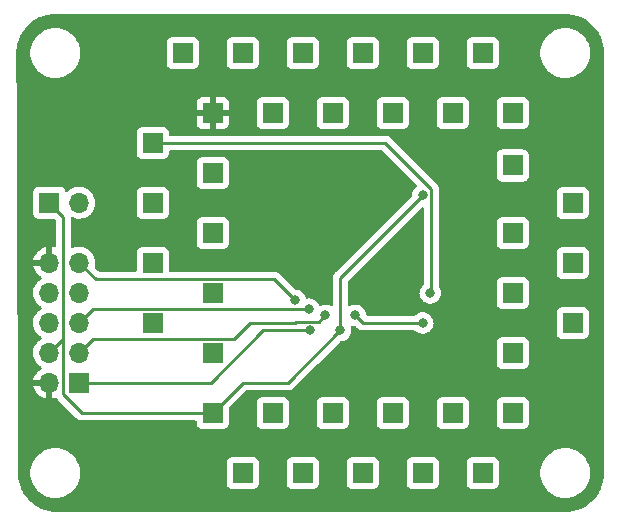
<source format=gbl>
%TF.GenerationSoftware,KiCad,Pcbnew,(6.0.0)*%
%TF.CreationDate,2022-03-13T18:43:21-04:00*%
%TF.ProjectId,Xc9572 breakout,58633935-3732-4206-9272-65616b6f7574,rev?*%
%TF.SameCoordinates,Original*%
%TF.FileFunction,Copper,L2,Bot*%
%TF.FilePolarity,Positive*%
%FSLAX46Y46*%
G04 Gerber Fmt 4.6, Leading zero omitted, Abs format (unit mm)*
G04 Created by KiCad (PCBNEW (6.0.0)) date 2022-03-13 18:43:21*
%MOMM*%
%LPD*%
G01*
G04 APERTURE LIST*
%TA.AperFunction,ComponentPad*%
%ADD10R,1.700000X1.700000*%
%TD*%
%TA.AperFunction,ComponentPad*%
%ADD11O,1.700000X1.700000*%
%TD*%
%TA.AperFunction,ViaPad*%
%ADD12C,0.800000*%
%TD*%
%TA.AperFunction,Conductor*%
%ADD13C,0.250000*%
%TD*%
G04 APERTURE END LIST*
D10*
%TO.P,J22,1,Pin_1*%
%TO.N,/2-11{slash}GTS2*%
X132080000Y-45720000D03*
%TD*%
%TO.P,J12,1,Pin_1*%
%TO.N,/1-9{slash}GCK1*%
X111760000Y-45720000D03*
%TD*%
%TO.P,J16,1,Pin_1*%
%TO.N,/1-17*%
X106680000Y-55880000D03*
%TD*%
%TO.P,J8,1,Pin_1*%
%TO.N,/1-2*%
X121920000Y-45720000D03*
%TD*%
%TO.P,J24,1,Pin_1*%
%TO.N,/2-15*%
X127000000Y-45720000D03*
%TD*%
%TO.P,J1,1,Pin_1*%
%TO.N,/Tck*%
X95370000Y-68550000D03*
D11*
%TO.P,J1,2,Pin_2*%
%TO.N,GND*%
X92830000Y-68550000D03*
%TO.P,J1,3,Pin_3*%
%TO.N,/Tdo*%
X95370000Y-66010000D03*
%TO.P,J1,4,Pin_4*%
%TO.N,+5V*%
X92830000Y-66010000D03*
%TO.P,J1,5,Pin_5*%
%TO.N,/Tms*%
X95370000Y-63470000D03*
%TO.P,J1,6,Pin_6*%
%TO.N,unconnected-(J1-Pad6)*%
X92830000Y-63470000D03*
%TO.P,J1,7,Pin_7*%
%TO.N,unconnected-(J1-Pad7)*%
X95370000Y-60930000D03*
%TO.P,J1,8,Pin_8*%
%TO.N,unconnected-(J1-Pad8)*%
X92830000Y-60930000D03*
%TO.P,J1,9,Pin_9*%
%TO.N,/Tdi*%
X95370000Y-58390000D03*
%TO.P,J1,10,Pin_10*%
%TO.N,GND*%
X92830000Y-58390000D03*
%TD*%
D10*
%TO.P,J30,1,Pin_1*%
%TO.N,/3-11*%
X109220000Y-76200000D03*
%TD*%
%TO.P,J27,1,Pin_1*%
%TO.N,/3-5*%
X106680000Y-60960000D03*
%TD*%
%TO.P,J9,1,Pin_1*%
%TO.N,/1-5*%
X119380000Y-40640000D03*
%TD*%
%TO.P,J21,1,Pin_1*%
%TO.N,/2-9{slash}GSR*%
X132080000Y-50165000D03*
%TD*%
%TO.P,J10,1,Pin_1*%
%TO.N,/1-6*%
X116840000Y-45720000D03*
%TD*%
%TO.P,J35,1,Pin_1*%
%TO.N,/4-5*%
X121920000Y-71120000D03*
%TD*%
%TO.P,J7,1,Pin_1*%
%TO.N,GND*%
X106680000Y-45720000D03*
%TD*%
%TO.P,J28,1,Pin_1*%
%TO.N,/3-8*%
X101600000Y-63500000D03*
%TD*%
%TO.P,J5,1,Pin_1*%
%TO.N,+5V*%
X106680000Y-71120000D03*
%TD*%
%TO.P,J32,1,Pin_1*%
%TO.N,/3-15*%
X114300000Y-76200000D03*
%TD*%
%TO.P,J40,1,Pin_1*%
%TO.N,/4-15*%
X132080000Y-66040000D03*
%TD*%
%TO.P,J20,1,Pin_1*%
%TO.N,/2-8*%
X137160000Y-53340000D03*
%TD*%
%TO.P,J33,1,Pin_1*%
%TO.N,/3-17*%
X116840000Y-71120000D03*
%TD*%
%TO.P,J34,1,Pin_1*%
%TO.N,/4-2*%
X119380000Y-76200000D03*
%TD*%
%TO.P,J4,1,Pin_1*%
%TO.N,+5V*%
X92830000Y-53315000D03*
D11*
%TO.P,J4,2,Pin_2*%
%TO.N,/VccIO*%
X95370000Y-53315000D03*
%TD*%
D10*
%TO.P,J14,1,Pin_1*%
%TO.N,/1-14{slash}GCK3*%
X106680000Y-50800000D03*
%TD*%
%TO.P,J29,1,Pin_1*%
%TO.N,/3-9*%
X106680000Y-66040000D03*
%TD*%
%TO.P,J3,1,Pin_1*%
%TO.N,/VccIO*%
X101600000Y-48260000D03*
%TD*%
%TO.P,J11,1,Pin_1*%
%TO.N,/1-8*%
X114300000Y-40640000D03*
%TD*%
%TO.P,J36,1,Pin_1*%
%TO.N,/4-8*%
X124460000Y-76200000D03*
%TD*%
%TO.P,J41,1,Pin_1*%
%TO.N,/4-17*%
X137160000Y-63500000D03*
%TD*%
%TO.P,J19,1,Pin_1*%
%TO.N,/2-6*%
X132080000Y-55880000D03*
%TD*%
%TO.P,J2,1,Pin_1*%
%TO.N,+5V*%
X104140000Y-40640000D03*
%TD*%
%TO.P,J23,1,Pin_1*%
%TO.N,/2-14{slash}GTS1*%
X129540000Y-40640000D03*
%TD*%
%TO.P,J17,1,Pin_1*%
%TO.N,/2-2*%
X132080000Y-60960000D03*
%TD*%
%TO.P,J15,1,Pin_1*%
%TO.N,/1-15*%
X101600000Y-53340000D03*
%TD*%
%TO.P,J31,1,Pin_1*%
%TO.N,/3-14*%
X111760000Y-71120000D03*
%TD*%
%TO.P,J26,1,Pin_1*%
%TO.N,/3-2*%
X101600000Y-58420000D03*
%TD*%
%TO.P,J18,1,Pin_1*%
%TO.N,/2-5*%
X137160000Y-58420000D03*
%TD*%
%TO.P,J39,1,Pin_1*%
%TO.N,/4-14*%
X132080000Y-71120000D03*
%TD*%
%TO.P,J38,1,Pin_1*%
%TO.N,/4-11*%
X129540000Y-76200000D03*
%TD*%
%TO.P,J13,1,Pin_1*%
%TO.N,/1-11{slash}GCK2*%
X109220000Y-40640000D03*
%TD*%
%TO.P,J37,1,Pin_1*%
%TO.N,/4-9*%
X127000000Y-71120000D03*
%TD*%
%TO.P,J25,1,Pin_1*%
%TO.N,/2-17*%
X124460000Y-40640000D03*
%TD*%
D12*
%TO.N,/Tck*%
X114935000Y-64135000D03*
%TO.N,/Tdo*%
X124460000Y-63500000D03*
X116205000Y-62865000D03*
X118745000Y-62865000D03*
%TO.N,+5V*%
X124460000Y-52705000D03*
X117475000Y-64135000D03*
%TO.N,/Tms*%
X114839511Y-62325489D03*
%TO.N,/Tdi*%
X113665000Y-61595000D03*
%TO.N,/VccIO*%
X125095000Y-60960000D03*
%TD*%
D13*
%TO.N,/Tck*%
X110934022Y-64135000D02*
X114935000Y-64135000D01*
X95370000Y-68550000D02*
X106519022Y-68550000D01*
X106519022Y-68550000D02*
X110934022Y-64135000D01*
%TO.N,/Tdo*%
X119380000Y-63500000D02*
X118745000Y-62865000D01*
X96514511Y-64865489D02*
X108489511Y-64865489D01*
X115659511Y-63410489D02*
X116205000Y-62865000D01*
X95370000Y-66010000D02*
X96514511Y-64865489D01*
X113665000Y-63500000D02*
X113754511Y-63410489D01*
X113754511Y-63410489D02*
X115659511Y-63410489D01*
X108489511Y-64865489D02*
X109855000Y-63500000D01*
X124460000Y-63500000D02*
X119380000Y-63500000D01*
X109855000Y-63500000D02*
X113665000Y-63500000D01*
%TO.N,+5V*%
X117475000Y-59690000D02*
X124460000Y-52705000D01*
X94004511Y-62889511D02*
X94004511Y-64835489D01*
X95590978Y-71120000D02*
X94004511Y-69533533D01*
X92830000Y-53315000D02*
X94004511Y-54489511D01*
X94004511Y-54489511D02*
X94004511Y-62889511D01*
X106680000Y-71120000D02*
X95590978Y-71120000D01*
X94004511Y-64835489D02*
X92830000Y-66010000D01*
X94004511Y-69533533D02*
X94004511Y-62889511D01*
X113030000Y-68580000D02*
X109220000Y-68580000D01*
X117475000Y-64135000D02*
X117475000Y-59690000D01*
X117475000Y-64135000D02*
X113030000Y-68580000D01*
X109220000Y-68580000D02*
X106680000Y-71120000D01*
%TO.N,/Tms*%
X96514511Y-62325489D02*
X114839511Y-62325489D01*
X95370000Y-63470000D02*
X96514511Y-62325489D01*
%TO.N,/Tdi*%
X95370000Y-58390000D02*
X96765489Y-59785489D01*
X111855489Y-59785489D02*
X113665000Y-61595000D01*
X96765489Y-59785489D02*
X111855489Y-59785489D01*
%TO.N,/VccIO*%
X121285000Y-48260000D02*
X101600000Y-48260000D01*
X125184511Y-52159511D02*
X121285000Y-48260000D01*
X125095000Y-60960000D02*
X125184511Y-60870489D01*
X125184511Y-60870489D02*
X125184511Y-52159511D01*
%TD*%
%TA.AperFunction,Conductor*%
%TO.N,GND*%
G36*
X136495057Y-37339500D02*
G01*
X136509858Y-37341805D01*
X136509861Y-37341805D01*
X136518730Y-37343186D01*
X136537411Y-37340743D01*
X136560342Y-37339852D01*
X136863557Y-37355743D01*
X136876665Y-37357120D01*
X137116285Y-37395072D01*
X137205002Y-37409123D01*
X137217902Y-37411865D01*
X137539000Y-37497903D01*
X137551536Y-37501977D01*
X137824358Y-37606703D01*
X137861876Y-37621105D01*
X137873924Y-37626469D01*
X138170120Y-37777388D01*
X138181536Y-37783979D01*
X138460334Y-37965033D01*
X138470996Y-37972779D01*
X138729344Y-38181984D01*
X138739145Y-38190810D01*
X138974190Y-38425855D01*
X138983015Y-38435655D01*
X139125787Y-38611964D01*
X139192221Y-38694004D01*
X139199967Y-38704666D01*
X139381018Y-38983459D01*
X139387612Y-38994880D01*
X139538531Y-39291076D01*
X139543895Y-39303124D01*
X139636089Y-39543295D01*
X139663021Y-39613456D01*
X139667097Y-39626000D01*
X139753135Y-39947098D01*
X139755877Y-39959998D01*
X139796760Y-40218124D01*
X139807879Y-40288329D01*
X139809257Y-40301443D01*
X139819823Y-40503049D01*
X139824764Y-40597330D01*
X139823436Y-40623312D01*
X139823195Y-40624856D01*
X139823195Y-40624860D01*
X139821814Y-40633730D01*
X139822978Y-40642632D01*
X139822978Y-40642635D01*
X139825936Y-40665251D01*
X139827000Y-40681589D01*
X139827000Y-76150672D01*
X139825500Y-76170056D01*
X139821814Y-76193730D01*
X139824257Y-76212410D01*
X139825148Y-76235343D01*
X139809257Y-76538554D01*
X139807880Y-76551665D01*
X139794656Y-76635159D01*
X139755877Y-76880002D01*
X139753135Y-76892902D01*
X139667097Y-77214000D01*
X139663023Y-77226536D01*
X139589281Y-77418642D01*
X139543895Y-77536876D01*
X139538531Y-77548924D01*
X139387612Y-77845120D01*
X139381021Y-77856536D01*
X139199967Y-78135334D01*
X139192224Y-78145992D01*
X138983016Y-78404344D01*
X138974190Y-78414145D01*
X138739145Y-78649190D01*
X138729344Y-78658016D01*
X138470996Y-78867221D01*
X138460334Y-78874967D01*
X138181536Y-79056021D01*
X138170120Y-79062612D01*
X137873924Y-79213531D01*
X137861875Y-79218895D01*
X137551536Y-79338023D01*
X137539000Y-79342097D01*
X137217902Y-79428135D01*
X137205002Y-79430877D01*
X137116285Y-79444928D01*
X136876665Y-79482880D01*
X136863557Y-79484257D01*
X136567666Y-79499764D01*
X136541688Y-79498436D01*
X136540144Y-79498195D01*
X136540140Y-79498195D01*
X136531270Y-79496814D01*
X136522368Y-79497978D01*
X136522365Y-79497978D01*
X136499749Y-79500936D01*
X136483411Y-79502000D01*
X93548405Y-79502000D01*
X93529020Y-79500500D01*
X93514219Y-79498195D01*
X93514216Y-79498195D01*
X93505347Y-79496814D01*
X93486666Y-79499257D01*
X93463735Y-79500148D01*
X93160520Y-79484257D01*
X93147412Y-79482880D01*
X92907792Y-79444928D01*
X92819075Y-79430877D01*
X92806175Y-79428135D01*
X92485077Y-79342097D01*
X92472541Y-79338023D01*
X92162202Y-79218895D01*
X92150153Y-79213531D01*
X91853957Y-79062612D01*
X91842541Y-79056021D01*
X91563743Y-78874967D01*
X91553081Y-78867221D01*
X91294733Y-78658016D01*
X91284932Y-78649190D01*
X91049887Y-78414145D01*
X91041061Y-78404344D01*
X90831853Y-78145992D01*
X90824110Y-78135334D01*
X90643056Y-77856536D01*
X90636465Y-77845120D01*
X90485546Y-77548924D01*
X90480182Y-77536876D01*
X90434796Y-77418642D01*
X90361054Y-77226536D01*
X90356980Y-77214000D01*
X90270942Y-76892902D01*
X90268200Y-76880002D01*
X90229421Y-76635159D01*
X90216197Y-76551665D01*
X90214820Y-76538554D01*
X90204964Y-76350488D01*
X90204032Y-76332703D01*
X91235743Y-76332703D01*
X91273268Y-76617734D01*
X91349129Y-76895036D01*
X91350813Y-76898984D01*
X91391460Y-76994278D01*
X91461923Y-77159476D01*
X91609561Y-77406161D01*
X91789313Y-77630528D01*
X91997851Y-77828423D01*
X92231317Y-77996186D01*
X92235112Y-77998195D01*
X92235113Y-77998196D01*
X92256869Y-78009715D01*
X92485392Y-78130712D01*
X92755373Y-78229511D01*
X93036264Y-78290755D01*
X93064841Y-78293004D01*
X93259282Y-78308307D01*
X93259291Y-78308307D01*
X93261739Y-78308500D01*
X93417271Y-78308500D01*
X93419407Y-78308354D01*
X93419418Y-78308354D01*
X93627548Y-78294165D01*
X93627554Y-78294164D01*
X93631825Y-78293873D01*
X93636020Y-78293004D01*
X93636022Y-78293004D01*
X93772583Y-78264724D01*
X93913342Y-78235574D01*
X94184343Y-78139607D01*
X94439812Y-78007750D01*
X94443313Y-78005289D01*
X94443317Y-78005287D01*
X94557418Y-77925095D01*
X94675023Y-77842441D01*
X94885622Y-77646740D01*
X95067713Y-77424268D01*
X95217927Y-77179142D01*
X95253487Y-77098134D01*
X107861500Y-77098134D01*
X107868255Y-77160316D01*
X107919385Y-77296705D01*
X108006739Y-77413261D01*
X108123295Y-77500615D01*
X108259684Y-77551745D01*
X108321866Y-77558500D01*
X110118134Y-77558500D01*
X110180316Y-77551745D01*
X110316705Y-77500615D01*
X110433261Y-77413261D01*
X110520615Y-77296705D01*
X110571745Y-77160316D01*
X110578500Y-77098134D01*
X112941500Y-77098134D01*
X112948255Y-77160316D01*
X112999385Y-77296705D01*
X113086739Y-77413261D01*
X113203295Y-77500615D01*
X113339684Y-77551745D01*
X113401866Y-77558500D01*
X115198134Y-77558500D01*
X115260316Y-77551745D01*
X115396705Y-77500615D01*
X115513261Y-77413261D01*
X115600615Y-77296705D01*
X115651745Y-77160316D01*
X115658500Y-77098134D01*
X118021500Y-77098134D01*
X118028255Y-77160316D01*
X118079385Y-77296705D01*
X118166739Y-77413261D01*
X118283295Y-77500615D01*
X118419684Y-77551745D01*
X118481866Y-77558500D01*
X120278134Y-77558500D01*
X120340316Y-77551745D01*
X120476705Y-77500615D01*
X120593261Y-77413261D01*
X120680615Y-77296705D01*
X120731745Y-77160316D01*
X120738500Y-77098134D01*
X123101500Y-77098134D01*
X123108255Y-77160316D01*
X123159385Y-77296705D01*
X123246739Y-77413261D01*
X123363295Y-77500615D01*
X123499684Y-77551745D01*
X123561866Y-77558500D01*
X125358134Y-77558500D01*
X125420316Y-77551745D01*
X125556705Y-77500615D01*
X125673261Y-77413261D01*
X125760615Y-77296705D01*
X125811745Y-77160316D01*
X125818500Y-77098134D01*
X128181500Y-77098134D01*
X128188255Y-77160316D01*
X128239385Y-77296705D01*
X128326739Y-77413261D01*
X128443295Y-77500615D01*
X128579684Y-77551745D01*
X128641866Y-77558500D01*
X130438134Y-77558500D01*
X130500316Y-77551745D01*
X130636705Y-77500615D01*
X130753261Y-77413261D01*
X130840615Y-77296705D01*
X130891745Y-77160316D01*
X130898500Y-77098134D01*
X130898500Y-76332703D01*
X134415743Y-76332703D01*
X134453268Y-76617734D01*
X134529129Y-76895036D01*
X134530813Y-76898984D01*
X134571460Y-76994278D01*
X134641923Y-77159476D01*
X134789561Y-77406161D01*
X134969313Y-77630528D01*
X135177851Y-77828423D01*
X135411317Y-77996186D01*
X135415112Y-77998195D01*
X135415113Y-77998196D01*
X135436869Y-78009715D01*
X135665392Y-78130712D01*
X135935373Y-78229511D01*
X136216264Y-78290755D01*
X136244841Y-78293004D01*
X136439282Y-78308307D01*
X136439291Y-78308307D01*
X136441739Y-78308500D01*
X136597271Y-78308500D01*
X136599407Y-78308354D01*
X136599418Y-78308354D01*
X136807548Y-78294165D01*
X136807554Y-78294164D01*
X136811825Y-78293873D01*
X136816020Y-78293004D01*
X136816022Y-78293004D01*
X136952583Y-78264724D01*
X137093342Y-78235574D01*
X137364343Y-78139607D01*
X137619812Y-78007750D01*
X137623313Y-78005289D01*
X137623317Y-78005287D01*
X137737418Y-77925095D01*
X137855023Y-77842441D01*
X138065622Y-77646740D01*
X138247713Y-77424268D01*
X138397927Y-77179142D01*
X138513483Y-76915898D01*
X138592244Y-76639406D01*
X138632751Y-76354784D01*
X138632845Y-76336951D01*
X138634235Y-76071583D01*
X138634235Y-76071576D01*
X138634257Y-76067297D01*
X138596732Y-75782266D01*
X138520871Y-75504964D01*
X138408077Y-75240524D01*
X138260439Y-74993839D01*
X138080687Y-74769472D01*
X137872149Y-74571577D01*
X137638683Y-74403814D01*
X137616843Y-74392250D01*
X137593654Y-74379972D01*
X137384608Y-74269288D01*
X137114627Y-74170489D01*
X136833736Y-74109245D01*
X136802685Y-74106801D01*
X136610718Y-74091693D01*
X136610709Y-74091693D01*
X136608261Y-74091500D01*
X136452729Y-74091500D01*
X136450593Y-74091646D01*
X136450582Y-74091646D01*
X136242452Y-74105835D01*
X136242446Y-74105836D01*
X136238175Y-74106127D01*
X136233980Y-74106996D01*
X136233978Y-74106996D01*
X136097416Y-74135277D01*
X135956658Y-74164426D01*
X135685657Y-74260393D01*
X135430188Y-74392250D01*
X135426687Y-74394711D01*
X135426683Y-74394713D01*
X135416594Y-74401804D01*
X135194977Y-74557559D01*
X134984378Y-74753260D01*
X134802287Y-74975732D01*
X134652073Y-75220858D01*
X134536517Y-75484102D01*
X134457756Y-75760594D01*
X134417249Y-76045216D01*
X134417227Y-76049505D01*
X134417226Y-76049512D01*
X134415765Y-76328417D01*
X134415743Y-76332703D01*
X130898500Y-76332703D01*
X130898500Y-75301866D01*
X130891745Y-75239684D01*
X130840615Y-75103295D01*
X130753261Y-74986739D01*
X130636705Y-74899385D01*
X130500316Y-74848255D01*
X130438134Y-74841500D01*
X128641866Y-74841500D01*
X128579684Y-74848255D01*
X128443295Y-74899385D01*
X128326739Y-74986739D01*
X128239385Y-75103295D01*
X128188255Y-75239684D01*
X128181500Y-75301866D01*
X128181500Y-77098134D01*
X125818500Y-77098134D01*
X125818500Y-75301866D01*
X125811745Y-75239684D01*
X125760615Y-75103295D01*
X125673261Y-74986739D01*
X125556705Y-74899385D01*
X125420316Y-74848255D01*
X125358134Y-74841500D01*
X123561866Y-74841500D01*
X123499684Y-74848255D01*
X123363295Y-74899385D01*
X123246739Y-74986739D01*
X123159385Y-75103295D01*
X123108255Y-75239684D01*
X123101500Y-75301866D01*
X123101500Y-77098134D01*
X120738500Y-77098134D01*
X120738500Y-75301866D01*
X120731745Y-75239684D01*
X120680615Y-75103295D01*
X120593261Y-74986739D01*
X120476705Y-74899385D01*
X120340316Y-74848255D01*
X120278134Y-74841500D01*
X118481866Y-74841500D01*
X118419684Y-74848255D01*
X118283295Y-74899385D01*
X118166739Y-74986739D01*
X118079385Y-75103295D01*
X118028255Y-75239684D01*
X118021500Y-75301866D01*
X118021500Y-77098134D01*
X115658500Y-77098134D01*
X115658500Y-75301866D01*
X115651745Y-75239684D01*
X115600615Y-75103295D01*
X115513261Y-74986739D01*
X115396705Y-74899385D01*
X115260316Y-74848255D01*
X115198134Y-74841500D01*
X113401866Y-74841500D01*
X113339684Y-74848255D01*
X113203295Y-74899385D01*
X113086739Y-74986739D01*
X112999385Y-75103295D01*
X112948255Y-75239684D01*
X112941500Y-75301866D01*
X112941500Y-77098134D01*
X110578500Y-77098134D01*
X110578500Y-75301866D01*
X110571745Y-75239684D01*
X110520615Y-75103295D01*
X110433261Y-74986739D01*
X110316705Y-74899385D01*
X110180316Y-74848255D01*
X110118134Y-74841500D01*
X108321866Y-74841500D01*
X108259684Y-74848255D01*
X108123295Y-74899385D01*
X108006739Y-74986739D01*
X107919385Y-75103295D01*
X107868255Y-75239684D01*
X107861500Y-75301866D01*
X107861500Y-77098134D01*
X95253487Y-77098134D01*
X95333483Y-76915898D01*
X95412244Y-76639406D01*
X95452751Y-76354784D01*
X95452845Y-76336951D01*
X95454235Y-76071583D01*
X95454235Y-76071576D01*
X95454257Y-76067297D01*
X95416732Y-75782266D01*
X95340871Y-75504964D01*
X95228077Y-75240524D01*
X95080439Y-74993839D01*
X94900687Y-74769472D01*
X94692149Y-74571577D01*
X94458683Y-74403814D01*
X94436843Y-74392250D01*
X94413654Y-74379972D01*
X94204608Y-74269288D01*
X93934627Y-74170489D01*
X93653736Y-74109245D01*
X93622685Y-74106801D01*
X93430718Y-74091693D01*
X93430709Y-74091693D01*
X93428261Y-74091500D01*
X93272729Y-74091500D01*
X93270593Y-74091646D01*
X93270582Y-74091646D01*
X93062452Y-74105835D01*
X93062446Y-74105836D01*
X93058175Y-74106127D01*
X93053980Y-74106996D01*
X93053978Y-74106996D01*
X92917416Y-74135277D01*
X92776658Y-74164426D01*
X92505657Y-74260393D01*
X92250188Y-74392250D01*
X92246687Y-74394711D01*
X92246683Y-74394713D01*
X92236594Y-74401804D01*
X92014977Y-74557559D01*
X91804378Y-74753260D01*
X91622287Y-74975732D01*
X91472073Y-75220858D01*
X91356517Y-75484102D01*
X91277756Y-75760594D01*
X91237249Y-76045216D01*
X91237227Y-76049505D01*
X91237226Y-76049512D01*
X91235765Y-76328417D01*
X91235743Y-76332703D01*
X90204032Y-76332703D01*
X90199313Y-76242666D01*
X90200641Y-76216688D01*
X90200882Y-76215144D01*
X90200882Y-76215140D01*
X90202263Y-76206270D01*
X90197961Y-76173366D01*
X90196899Y-76157584D01*
X90165097Y-68817966D01*
X91498257Y-68817966D01*
X91528565Y-68952446D01*
X91531645Y-68962275D01*
X91611770Y-69159603D01*
X91616413Y-69168794D01*
X91727694Y-69350388D01*
X91733777Y-69358699D01*
X91873213Y-69519667D01*
X91880580Y-69526883D01*
X92044434Y-69662916D01*
X92052881Y-69668831D01*
X92236756Y-69776279D01*
X92246042Y-69780729D01*
X92445001Y-69856703D01*
X92454899Y-69859579D01*
X92558250Y-69880606D01*
X92572299Y-69879410D01*
X92576000Y-69869065D01*
X92576000Y-68822115D01*
X92571525Y-68806876D01*
X92570135Y-68805671D01*
X92562452Y-68804000D01*
X91513225Y-68804000D01*
X91499694Y-68807973D01*
X91498257Y-68817966D01*
X90165097Y-68817966D01*
X90152786Y-65976695D01*
X91467251Y-65976695D01*
X91467548Y-65981848D01*
X91467548Y-65981851D01*
X91479812Y-66194547D01*
X91480110Y-66199715D01*
X91481247Y-66204761D01*
X91481248Y-66204767D01*
X91501119Y-66292939D01*
X91529222Y-66417639D01*
X91613266Y-66624616D01*
X91729987Y-66815088D01*
X91876250Y-66983938D01*
X92048126Y-67126632D01*
X92109196Y-67162318D01*
X92121955Y-67169774D01*
X92170679Y-67221412D01*
X92183750Y-67291195D01*
X92157019Y-67356967D01*
X92116562Y-67390327D01*
X92108457Y-67394546D01*
X92099738Y-67400036D01*
X91929433Y-67527905D01*
X91921726Y-67534748D01*
X91774590Y-67688717D01*
X91768104Y-67696727D01*
X91648098Y-67872649D01*
X91643000Y-67881623D01*
X91553338Y-68074783D01*
X91549775Y-68084470D01*
X91494389Y-68284183D01*
X91495912Y-68292607D01*
X91508292Y-68296000D01*
X92958000Y-68296000D01*
X93026121Y-68316002D01*
X93072614Y-68369658D01*
X93084000Y-68422000D01*
X93084000Y-69868517D01*
X93088064Y-69882359D01*
X93101478Y-69884393D01*
X93108184Y-69883534D01*
X93118262Y-69881392D01*
X93324888Y-69819401D01*
X93395884Y-69818985D01*
X93455834Y-69857017D01*
X93463033Y-69866027D01*
X93470947Y-69876920D01*
X93477463Y-69886840D01*
X93493478Y-69913919D01*
X93499969Y-69924895D01*
X93514290Y-69939216D01*
X93527130Y-69954249D01*
X93539039Y-69970640D01*
X93545145Y-69975691D01*
X93573116Y-69998831D01*
X93581895Y-70006821D01*
X95087321Y-71512247D01*
X95094865Y-71520537D01*
X95098978Y-71527018D01*
X95104755Y-71532443D01*
X95148645Y-71573658D01*
X95151487Y-71576413D01*
X95171208Y-71596134D01*
X95174403Y-71598612D01*
X95183425Y-71606318D01*
X95215657Y-71636586D01*
X95222606Y-71640406D01*
X95233410Y-71646346D01*
X95249934Y-71657199D01*
X95265937Y-71669613D01*
X95306521Y-71687176D01*
X95317151Y-71692383D01*
X95355918Y-71713695D01*
X95363595Y-71715666D01*
X95363600Y-71715668D01*
X95375536Y-71718732D01*
X95394244Y-71725137D01*
X95412833Y-71733181D01*
X95420661Y-71734421D01*
X95420668Y-71734423D01*
X95456502Y-71740099D01*
X95468122Y-71742505D01*
X95503267Y-71751528D01*
X95510948Y-71753500D01*
X95531202Y-71753500D01*
X95550912Y-71755051D01*
X95570921Y-71758220D01*
X95578813Y-71757474D01*
X95614939Y-71754059D01*
X95626797Y-71753500D01*
X105195500Y-71753500D01*
X105263621Y-71773502D01*
X105310114Y-71827158D01*
X105321500Y-71879500D01*
X105321500Y-72018134D01*
X105328255Y-72080316D01*
X105379385Y-72216705D01*
X105466739Y-72333261D01*
X105583295Y-72420615D01*
X105719684Y-72471745D01*
X105781866Y-72478500D01*
X107578134Y-72478500D01*
X107640316Y-72471745D01*
X107776705Y-72420615D01*
X107893261Y-72333261D01*
X107980615Y-72216705D01*
X108031745Y-72080316D01*
X108038500Y-72018134D01*
X110401500Y-72018134D01*
X110408255Y-72080316D01*
X110459385Y-72216705D01*
X110546739Y-72333261D01*
X110663295Y-72420615D01*
X110799684Y-72471745D01*
X110861866Y-72478500D01*
X112658134Y-72478500D01*
X112720316Y-72471745D01*
X112856705Y-72420615D01*
X112973261Y-72333261D01*
X113060615Y-72216705D01*
X113111745Y-72080316D01*
X113118500Y-72018134D01*
X115481500Y-72018134D01*
X115488255Y-72080316D01*
X115539385Y-72216705D01*
X115626739Y-72333261D01*
X115743295Y-72420615D01*
X115879684Y-72471745D01*
X115941866Y-72478500D01*
X117738134Y-72478500D01*
X117800316Y-72471745D01*
X117936705Y-72420615D01*
X118053261Y-72333261D01*
X118140615Y-72216705D01*
X118191745Y-72080316D01*
X118198500Y-72018134D01*
X120561500Y-72018134D01*
X120568255Y-72080316D01*
X120619385Y-72216705D01*
X120706739Y-72333261D01*
X120823295Y-72420615D01*
X120959684Y-72471745D01*
X121021866Y-72478500D01*
X122818134Y-72478500D01*
X122880316Y-72471745D01*
X123016705Y-72420615D01*
X123133261Y-72333261D01*
X123220615Y-72216705D01*
X123271745Y-72080316D01*
X123278500Y-72018134D01*
X125641500Y-72018134D01*
X125648255Y-72080316D01*
X125699385Y-72216705D01*
X125786739Y-72333261D01*
X125903295Y-72420615D01*
X126039684Y-72471745D01*
X126101866Y-72478500D01*
X127898134Y-72478500D01*
X127960316Y-72471745D01*
X128096705Y-72420615D01*
X128213261Y-72333261D01*
X128300615Y-72216705D01*
X128351745Y-72080316D01*
X128358500Y-72018134D01*
X130721500Y-72018134D01*
X130728255Y-72080316D01*
X130779385Y-72216705D01*
X130866739Y-72333261D01*
X130983295Y-72420615D01*
X131119684Y-72471745D01*
X131181866Y-72478500D01*
X132978134Y-72478500D01*
X133040316Y-72471745D01*
X133176705Y-72420615D01*
X133293261Y-72333261D01*
X133380615Y-72216705D01*
X133431745Y-72080316D01*
X133438500Y-72018134D01*
X133438500Y-70221866D01*
X133431745Y-70159684D01*
X133380615Y-70023295D01*
X133293261Y-69906739D01*
X133176705Y-69819385D01*
X133040316Y-69768255D01*
X132978134Y-69761500D01*
X131181866Y-69761500D01*
X131119684Y-69768255D01*
X130983295Y-69819385D01*
X130866739Y-69906739D01*
X130779385Y-70023295D01*
X130728255Y-70159684D01*
X130721500Y-70221866D01*
X130721500Y-72018134D01*
X128358500Y-72018134D01*
X128358500Y-70221866D01*
X128351745Y-70159684D01*
X128300615Y-70023295D01*
X128213261Y-69906739D01*
X128096705Y-69819385D01*
X127960316Y-69768255D01*
X127898134Y-69761500D01*
X126101866Y-69761500D01*
X126039684Y-69768255D01*
X125903295Y-69819385D01*
X125786739Y-69906739D01*
X125699385Y-70023295D01*
X125648255Y-70159684D01*
X125641500Y-70221866D01*
X125641500Y-72018134D01*
X123278500Y-72018134D01*
X123278500Y-70221866D01*
X123271745Y-70159684D01*
X123220615Y-70023295D01*
X123133261Y-69906739D01*
X123016705Y-69819385D01*
X122880316Y-69768255D01*
X122818134Y-69761500D01*
X121021866Y-69761500D01*
X120959684Y-69768255D01*
X120823295Y-69819385D01*
X120706739Y-69906739D01*
X120619385Y-70023295D01*
X120568255Y-70159684D01*
X120561500Y-70221866D01*
X120561500Y-72018134D01*
X118198500Y-72018134D01*
X118198500Y-70221866D01*
X118191745Y-70159684D01*
X118140615Y-70023295D01*
X118053261Y-69906739D01*
X117936705Y-69819385D01*
X117800316Y-69768255D01*
X117738134Y-69761500D01*
X115941866Y-69761500D01*
X115879684Y-69768255D01*
X115743295Y-69819385D01*
X115626739Y-69906739D01*
X115539385Y-70023295D01*
X115488255Y-70159684D01*
X115481500Y-70221866D01*
X115481500Y-72018134D01*
X113118500Y-72018134D01*
X113118500Y-70221866D01*
X113111745Y-70159684D01*
X113060615Y-70023295D01*
X112973261Y-69906739D01*
X112856705Y-69819385D01*
X112720316Y-69768255D01*
X112658134Y-69761500D01*
X110861866Y-69761500D01*
X110799684Y-69768255D01*
X110663295Y-69819385D01*
X110546739Y-69906739D01*
X110459385Y-70023295D01*
X110408255Y-70159684D01*
X110401500Y-70221866D01*
X110401500Y-72018134D01*
X108038500Y-72018134D01*
X108038500Y-70709594D01*
X108058502Y-70641473D01*
X108075405Y-70620499D01*
X109445499Y-69250405D01*
X109507811Y-69216379D01*
X109534594Y-69213500D01*
X112951233Y-69213500D01*
X112962416Y-69214027D01*
X112969909Y-69215702D01*
X112977835Y-69215453D01*
X112977836Y-69215453D01*
X113037986Y-69213562D01*
X113041945Y-69213500D01*
X113069856Y-69213500D01*
X113073791Y-69213003D01*
X113073856Y-69212995D01*
X113085693Y-69212062D01*
X113117951Y-69211048D01*
X113121970Y-69210922D01*
X113129889Y-69210673D01*
X113149343Y-69205021D01*
X113168700Y-69201013D01*
X113180930Y-69199468D01*
X113180931Y-69199468D01*
X113188797Y-69198474D01*
X113196168Y-69195555D01*
X113196170Y-69195555D01*
X113229912Y-69182196D01*
X113241142Y-69178351D01*
X113275983Y-69168229D01*
X113275984Y-69168229D01*
X113283593Y-69166018D01*
X113290412Y-69161985D01*
X113290417Y-69161983D01*
X113301028Y-69155707D01*
X113318776Y-69147012D01*
X113337617Y-69139552D01*
X113373387Y-69113564D01*
X113383307Y-69107048D01*
X113414535Y-69088580D01*
X113414538Y-69088578D01*
X113421362Y-69084542D01*
X113435683Y-69070221D01*
X113450717Y-69057380D01*
X113460694Y-69050131D01*
X113467107Y-69045472D01*
X113495298Y-69011395D01*
X113503288Y-69002616D01*
X115567770Y-66938134D01*
X130721500Y-66938134D01*
X130728255Y-67000316D01*
X130779385Y-67136705D01*
X130866739Y-67253261D01*
X130983295Y-67340615D01*
X131119684Y-67391745D01*
X131181866Y-67398500D01*
X132978134Y-67398500D01*
X133040316Y-67391745D01*
X133176705Y-67340615D01*
X133293261Y-67253261D01*
X133380615Y-67136705D01*
X133431745Y-67000316D01*
X133438500Y-66938134D01*
X133438500Y-65141866D01*
X133431745Y-65079684D01*
X133380615Y-64943295D01*
X133293261Y-64826739D01*
X133176705Y-64739385D01*
X133040316Y-64688255D01*
X132978134Y-64681500D01*
X131181866Y-64681500D01*
X131119684Y-64688255D01*
X130983295Y-64739385D01*
X130866739Y-64826739D01*
X130779385Y-64943295D01*
X130728255Y-65079684D01*
X130721500Y-65141866D01*
X130721500Y-66938134D01*
X115567770Y-66938134D01*
X117425499Y-65080405D01*
X117487811Y-65046379D01*
X117514594Y-65043500D01*
X117570487Y-65043500D01*
X117576939Y-65042128D01*
X117576944Y-65042128D01*
X117663887Y-65023647D01*
X117757288Y-65003794D01*
X117793818Y-64987530D01*
X117925722Y-64928803D01*
X117925724Y-64928802D01*
X117931752Y-64926118D01*
X118086253Y-64813866D01*
X118109091Y-64788502D01*
X118209621Y-64676852D01*
X118209622Y-64676851D01*
X118214040Y-64671944D01*
X118309527Y-64506556D01*
X118368542Y-64324928D01*
X118371814Y-64293803D01*
X118387814Y-64141565D01*
X118388504Y-64135000D01*
X118383570Y-64088057D01*
X118369232Y-63951635D01*
X118369232Y-63951633D01*
X118368542Y-63945072D01*
X118355254Y-63904176D01*
X118353226Y-63833209D01*
X118389889Y-63772411D01*
X118453601Y-63741085D01*
X118501284Y-63741993D01*
X118643056Y-63772128D01*
X118643061Y-63772128D01*
X118649513Y-63773500D01*
X118705406Y-63773500D01*
X118773527Y-63793502D01*
X118794501Y-63810405D01*
X118876343Y-63892247D01*
X118883887Y-63900537D01*
X118888000Y-63907018D01*
X118893777Y-63912443D01*
X118937667Y-63953658D01*
X118940509Y-63956413D01*
X118960231Y-63976135D01*
X118963355Y-63978558D01*
X118963359Y-63978562D01*
X118963424Y-63978612D01*
X118972445Y-63986317D01*
X119004679Y-64016586D01*
X119011627Y-64020405D01*
X119011629Y-64020407D01*
X119022432Y-64026346D01*
X119038959Y-64037202D01*
X119048698Y-64044757D01*
X119048700Y-64044758D01*
X119054960Y-64049614D01*
X119095540Y-64067174D01*
X119106188Y-64072391D01*
X119134685Y-64088057D01*
X119144940Y-64093695D01*
X119152616Y-64095666D01*
X119152619Y-64095667D01*
X119164562Y-64098733D01*
X119183267Y-64105137D01*
X119201855Y-64113181D01*
X119209678Y-64114420D01*
X119209688Y-64114423D01*
X119245524Y-64120099D01*
X119257144Y-64122505D01*
X119292289Y-64131528D01*
X119299970Y-64133500D01*
X119320224Y-64133500D01*
X119339934Y-64135051D01*
X119359943Y-64138220D01*
X119367835Y-64137474D01*
X119403961Y-64134059D01*
X119415819Y-64133500D01*
X123751800Y-64133500D01*
X123819921Y-64153502D01*
X123839147Y-64169843D01*
X123839420Y-64169540D01*
X123844332Y-64173963D01*
X123848747Y-64178866D01*
X123858865Y-64186217D01*
X123981185Y-64275088D01*
X124003248Y-64291118D01*
X124009276Y-64293802D01*
X124009278Y-64293803D01*
X124171681Y-64366109D01*
X124177712Y-64368794D01*
X124271113Y-64388647D01*
X124358056Y-64407128D01*
X124358061Y-64407128D01*
X124364513Y-64408500D01*
X124555487Y-64408500D01*
X124561939Y-64407128D01*
X124561944Y-64407128D01*
X124604256Y-64398134D01*
X135801500Y-64398134D01*
X135808255Y-64460316D01*
X135859385Y-64596705D01*
X135946739Y-64713261D01*
X136063295Y-64800615D01*
X136199684Y-64851745D01*
X136261866Y-64858500D01*
X138058134Y-64858500D01*
X138120316Y-64851745D01*
X138256705Y-64800615D01*
X138373261Y-64713261D01*
X138460615Y-64596705D01*
X138511745Y-64460316D01*
X138518500Y-64398134D01*
X138518500Y-62601866D01*
X138511745Y-62539684D01*
X138460615Y-62403295D01*
X138373261Y-62286739D01*
X138256705Y-62199385D01*
X138120316Y-62148255D01*
X138058134Y-62141500D01*
X136261866Y-62141500D01*
X136199684Y-62148255D01*
X136063295Y-62199385D01*
X135946739Y-62286739D01*
X135859385Y-62403295D01*
X135808255Y-62539684D01*
X135801500Y-62601866D01*
X135801500Y-64398134D01*
X124604256Y-64398134D01*
X124648887Y-64388647D01*
X124742288Y-64368794D01*
X124748319Y-64366109D01*
X124910722Y-64293803D01*
X124910724Y-64293802D01*
X124916752Y-64291118D01*
X124938816Y-64275088D01*
X124998136Y-64231989D01*
X125071253Y-64178866D01*
X125107851Y-64138220D01*
X125194621Y-64041852D01*
X125194622Y-64041851D01*
X125199040Y-64036944D01*
X125275694Y-63904176D01*
X125291223Y-63877279D01*
X125291224Y-63877278D01*
X125294527Y-63871556D01*
X125353542Y-63689928D01*
X125356187Y-63664767D01*
X125372814Y-63506565D01*
X125373504Y-63500000D01*
X125367392Y-63441851D01*
X125354232Y-63316635D01*
X125354232Y-63316633D01*
X125353542Y-63310072D01*
X125294527Y-63128444D01*
X125199040Y-62963056D01*
X125071253Y-62821134D01*
X124916752Y-62708882D01*
X124910724Y-62706198D01*
X124910722Y-62706197D01*
X124748319Y-62633891D01*
X124748318Y-62633891D01*
X124742288Y-62631206D01*
X124620331Y-62605283D01*
X124561944Y-62592872D01*
X124561939Y-62592872D01*
X124555487Y-62591500D01*
X124364513Y-62591500D01*
X124358061Y-62592872D01*
X124358056Y-62592872D01*
X124299669Y-62605283D01*
X124177712Y-62631206D01*
X124171682Y-62633891D01*
X124171681Y-62633891D01*
X124009278Y-62706197D01*
X124009276Y-62706198D01*
X124003248Y-62708882D01*
X123848747Y-62821134D01*
X123844332Y-62826037D01*
X123839420Y-62830460D01*
X123838295Y-62829211D01*
X123784986Y-62862051D01*
X123751800Y-62866500D01*
X119772113Y-62866500D01*
X119703992Y-62846498D01*
X119657499Y-62792842D01*
X119646803Y-62753671D01*
X119639232Y-62681634D01*
X119639231Y-62681631D01*
X119638542Y-62675072D01*
X119579527Y-62493444D01*
X119553019Y-62447530D01*
X119487341Y-62333774D01*
X119484040Y-62328056D01*
X119475104Y-62318131D01*
X119360675Y-62191045D01*
X119360674Y-62191044D01*
X119356253Y-62186134D01*
X119218536Y-62086076D01*
X119207094Y-62077763D01*
X119207093Y-62077762D01*
X119201752Y-62073882D01*
X119195724Y-62071198D01*
X119195722Y-62071197D01*
X119033319Y-61998891D01*
X119033318Y-61998891D01*
X119027288Y-61996206D01*
X118933888Y-61976353D01*
X118846944Y-61957872D01*
X118846939Y-61957872D01*
X118840487Y-61956500D01*
X118649513Y-61956500D01*
X118643061Y-61957872D01*
X118643056Y-61957872D01*
X118556112Y-61976353D01*
X118462712Y-61996206D01*
X118456682Y-61998891D01*
X118456681Y-61998891D01*
X118326828Y-62056705D01*
X118288248Y-62073882D01*
X118287323Y-62071804D01*
X118228512Y-62086076D01*
X118161419Y-62062859D01*
X118117528Y-62007055D01*
X118108500Y-61960218D01*
X118108500Y-60004594D01*
X118128502Y-59936473D01*
X118145405Y-59915499D01*
X124335916Y-53724989D01*
X124398228Y-53690963D01*
X124469043Y-53696028D01*
X124525879Y-53738575D01*
X124550690Y-53805095D01*
X124551011Y-53814084D01*
X124551011Y-60168064D01*
X124531009Y-60236185D01*
X124499073Y-60269999D01*
X124483747Y-60281134D01*
X124479326Y-60286044D01*
X124479325Y-60286045D01*
X124370854Y-60406515D01*
X124355960Y-60423056D01*
X124260473Y-60588444D01*
X124201458Y-60770072D01*
X124200768Y-60776633D01*
X124200768Y-60776635D01*
X124187608Y-60901851D01*
X124181496Y-60960000D01*
X124182186Y-60966565D01*
X124198814Y-61124767D01*
X124201458Y-61149928D01*
X124260473Y-61331556D01*
X124355960Y-61496944D01*
X124483747Y-61638866D01*
X124556864Y-61691989D01*
X124616185Y-61735088D01*
X124638248Y-61751118D01*
X124644276Y-61753802D01*
X124644278Y-61753803D01*
X124806681Y-61826109D01*
X124812712Y-61828794D01*
X124906113Y-61848647D01*
X124993056Y-61867128D01*
X124993061Y-61867128D01*
X124999513Y-61868500D01*
X125190487Y-61868500D01*
X125196939Y-61867128D01*
X125196944Y-61867128D01*
X125239256Y-61858134D01*
X130721500Y-61858134D01*
X130728255Y-61920316D01*
X130779385Y-62056705D01*
X130866739Y-62173261D01*
X130983295Y-62260615D01*
X131119684Y-62311745D01*
X131181866Y-62318500D01*
X132978134Y-62318500D01*
X133040316Y-62311745D01*
X133176705Y-62260615D01*
X133293261Y-62173261D01*
X133380615Y-62056705D01*
X133431745Y-61920316D01*
X133438500Y-61858134D01*
X133438500Y-60061866D01*
X133431745Y-59999684D01*
X133380615Y-59863295D01*
X133293261Y-59746739D01*
X133176705Y-59659385D01*
X133040316Y-59608255D01*
X132978134Y-59601500D01*
X131181866Y-59601500D01*
X131119684Y-59608255D01*
X130983295Y-59659385D01*
X130866739Y-59746739D01*
X130779385Y-59863295D01*
X130728255Y-59999684D01*
X130721500Y-60061866D01*
X130721500Y-61858134D01*
X125239256Y-61858134D01*
X125283887Y-61848647D01*
X125377288Y-61828794D01*
X125383319Y-61826109D01*
X125545722Y-61753803D01*
X125545724Y-61753802D01*
X125551752Y-61751118D01*
X125573816Y-61735088D01*
X125633136Y-61691989D01*
X125706253Y-61638866D01*
X125834040Y-61496944D01*
X125929527Y-61331556D01*
X125988542Y-61149928D01*
X125991187Y-61124767D01*
X126007814Y-60966565D01*
X126008504Y-60960000D01*
X126002392Y-60901851D01*
X125989232Y-60776635D01*
X125989232Y-60776633D01*
X125988542Y-60770072D01*
X125929527Y-60588444D01*
X125834892Y-60424531D01*
X125818011Y-60361532D01*
X125818011Y-59318134D01*
X135801500Y-59318134D01*
X135808255Y-59380316D01*
X135859385Y-59516705D01*
X135946739Y-59633261D01*
X136063295Y-59720615D01*
X136199684Y-59771745D01*
X136261866Y-59778500D01*
X138058134Y-59778500D01*
X138120316Y-59771745D01*
X138256705Y-59720615D01*
X138373261Y-59633261D01*
X138460615Y-59516705D01*
X138511745Y-59380316D01*
X138518500Y-59318134D01*
X138518500Y-57521866D01*
X138511745Y-57459684D01*
X138460615Y-57323295D01*
X138373261Y-57206739D01*
X138256705Y-57119385D01*
X138120316Y-57068255D01*
X138058134Y-57061500D01*
X136261866Y-57061500D01*
X136199684Y-57068255D01*
X136063295Y-57119385D01*
X135946739Y-57206739D01*
X135859385Y-57323295D01*
X135808255Y-57459684D01*
X135801500Y-57521866D01*
X135801500Y-59318134D01*
X125818011Y-59318134D01*
X125818011Y-56778134D01*
X130721500Y-56778134D01*
X130728255Y-56840316D01*
X130779385Y-56976705D01*
X130866739Y-57093261D01*
X130983295Y-57180615D01*
X131119684Y-57231745D01*
X131181866Y-57238500D01*
X132978134Y-57238500D01*
X133040316Y-57231745D01*
X133176705Y-57180615D01*
X133293261Y-57093261D01*
X133380615Y-56976705D01*
X133431745Y-56840316D01*
X133438500Y-56778134D01*
X133438500Y-54981866D01*
X133431745Y-54919684D01*
X133380615Y-54783295D01*
X133293261Y-54666739D01*
X133176705Y-54579385D01*
X133040316Y-54528255D01*
X132978134Y-54521500D01*
X131181866Y-54521500D01*
X131119684Y-54528255D01*
X130983295Y-54579385D01*
X130866739Y-54666739D01*
X130779385Y-54783295D01*
X130728255Y-54919684D01*
X130721500Y-54981866D01*
X130721500Y-56778134D01*
X125818011Y-56778134D01*
X125818011Y-54238134D01*
X135801500Y-54238134D01*
X135808255Y-54300316D01*
X135859385Y-54436705D01*
X135946739Y-54553261D01*
X136063295Y-54640615D01*
X136199684Y-54691745D01*
X136261866Y-54698500D01*
X138058134Y-54698500D01*
X138120316Y-54691745D01*
X138256705Y-54640615D01*
X138373261Y-54553261D01*
X138460615Y-54436705D01*
X138511745Y-54300316D01*
X138518500Y-54238134D01*
X138518500Y-52441866D01*
X138511745Y-52379684D01*
X138460615Y-52243295D01*
X138373261Y-52126739D01*
X138256705Y-52039385D01*
X138120316Y-51988255D01*
X138058134Y-51981500D01*
X136261866Y-51981500D01*
X136199684Y-51988255D01*
X136063295Y-52039385D01*
X135946739Y-52126739D01*
X135859385Y-52243295D01*
X135808255Y-52379684D01*
X135801500Y-52441866D01*
X135801500Y-54238134D01*
X125818011Y-54238134D01*
X125818011Y-52238274D01*
X125818538Y-52227090D01*
X125820212Y-52219602D01*
X125818073Y-52151543D01*
X125818011Y-52147586D01*
X125818011Y-52119655D01*
X125817505Y-52115649D01*
X125816572Y-52103803D01*
X125815562Y-52071638D01*
X125815184Y-52059621D01*
X125809533Y-52040169D01*
X125805525Y-52020817D01*
X125803978Y-52008574D01*
X125802985Y-52000714D01*
X125798966Y-51990562D01*
X125786711Y-51959608D01*
X125782866Y-51948381D01*
X125782232Y-51946198D01*
X125770529Y-51905918D01*
X125766495Y-51899096D01*
X125766492Y-51899090D01*
X125760217Y-51888479D01*
X125751521Y-51870729D01*
X125746983Y-51859267D01*
X125746980Y-51859262D01*
X125744063Y-51851894D01*
X125718084Y-51816136D01*
X125711568Y-51806218D01*
X125693086Y-51774968D01*
X125689053Y-51768148D01*
X125674729Y-51753824D01*
X125661887Y-51738789D01*
X125649983Y-51722404D01*
X125615917Y-51694222D01*
X125607138Y-51686233D01*
X124984039Y-51063134D01*
X130721500Y-51063134D01*
X130728255Y-51125316D01*
X130779385Y-51261705D01*
X130866739Y-51378261D01*
X130983295Y-51465615D01*
X131119684Y-51516745D01*
X131181866Y-51523500D01*
X132978134Y-51523500D01*
X133040316Y-51516745D01*
X133176705Y-51465615D01*
X133293261Y-51378261D01*
X133380615Y-51261705D01*
X133431745Y-51125316D01*
X133438500Y-51063134D01*
X133438500Y-49266866D01*
X133431745Y-49204684D01*
X133380615Y-49068295D01*
X133293261Y-48951739D01*
X133176705Y-48864385D01*
X133040316Y-48813255D01*
X132978134Y-48806500D01*
X131181866Y-48806500D01*
X131119684Y-48813255D01*
X130983295Y-48864385D01*
X130866739Y-48951739D01*
X130779385Y-49068295D01*
X130728255Y-49204684D01*
X130721500Y-49266866D01*
X130721500Y-51063134D01*
X124984039Y-51063134D01*
X121788652Y-47867747D01*
X121781112Y-47859461D01*
X121777000Y-47852982D01*
X121727348Y-47806356D01*
X121724507Y-47803602D01*
X121704770Y-47783865D01*
X121701573Y-47781385D01*
X121692551Y-47773680D01*
X121666100Y-47748841D01*
X121660321Y-47743414D01*
X121653375Y-47739595D01*
X121653372Y-47739593D01*
X121642566Y-47733652D01*
X121626047Y-47722801D01*
X121625583Y-47722441D01*
X121610041Y-47710386D01*
X121602772Y-47707241D01*
X121602768Y-47707238D01*
X121569463Y-47692826D01*
X121558813Y-47687609D01*
X121520060Y-47666305D01*
X121500437Y-47661267D01*
X121481734Y-47654863D01*
X121470420Y-47649967D01*
X121470419Y-47649967D01*
X121463145Y-47646819D01*
X121455322Y-47645580D01*
X121455312Y-47645577D01*
X121419476Y-47639901D01*
X121407856Y-47637495D01*
X121372711Y-47628472D01*
X121372710Y-47628472D01*
X121365030Y-47626500D01*
X121344776Y-47626500D01*
X121325065Y-47624949D01*
X121312886Y-47623020D01*
X121305057Y-47621780D01*
X121297165Y-47622526D01*
X121261039Y-47625941D01*
X121249181Y-47626500D01*
X103084500Y-47626500D01*
X103016379Y-47606498D01*
X102969886Y-47552842D01*
X102958500Y-47500500D01*
X102958500Y-47361866D01*
X102951745Y-47299684D01*
X102900615Y-47163295D01*
X102813261Y-47046739D01*
X102696705Y-46959385D01*
X102560316Y-46908255D01*
X102498134Y-46901500D01*
X100701866Y-46901500D01*
X100639684Y-46908255D01*
X100503295Y-46959385D01*
X100386739Y-47046739D01*
X100299385Y-47163295D01*
X100248255Y-47299684D01*
X100241500Y-47361866D01*
X100241500Y-49158134D01*
X100248255Y-49220316D01*
X100299385Y-49356705D01*
X100386739Y-49473261D01*
X100503295Y-49560615D01*
X100639684Y-49611745D01*
X100701866Y-49618500D01*
X102498134Y-49618500D01*
X102560316Y-49611745D01*
X102696705Y-49560615D01*
X102813261Y-49473261D01*
X102900615Y-49356705D01*
X102951745Y-49220316D01*
X102958500Y-49158134D01*
X102958500Y-49019500D01*
X102978502Y-48951379D01*
X103032158Y-48904886D01*
X103084500Y-48893500D01*
X120970406Y-48893500D01*
X121038527Y-48913502D01*
X121059501Y-48930405D01*
X123921942Y-51792846D01*
X123955968Y-51855158D01*
X123950903Y-51925973D01*
X123906910Y-51983876D01*
X123848747Y-52026134D01*
X123844326Y-52031044D01*
X123844325Y-52031045D01*
X123729897Y-52158131D01*
X123720960Y-52168056D01*
X123625473Y-52333444D01*
X123566458Y-52515072D01*
X123550087Y-52670840D01*
X123549093Y-52680293D01*
X123522080Y-52745950D01*
X123512878Y-52756218D01*
X117082747Y-59186348D01*
X117074461Y-59193888D01*
X117067982Y-59198000D01*
X117062557Y-59203777D01*
X117021357Y-59247651D01*
X117018602Y-59250493D01*
X116998865Y-59270230D01*
X116996385Y-59273427D01*
X116988682Y-59282447D01*
X116958414Y-59314679D01*
X116954595Y-59321625D01*
X116954593Y-59321628D01*
X116948652Y-59332434D01*
X116937801Y-59348953D01*
X116925386Y-59364959D01*
X116922241Y-59372228D01*
X116922238Y-59372232D01*
X116907826Y-59405537D01*
X116902609Y-59416187D01*
X116881305Y-59454940D01*
X116879334Y-59462615D01*
X116879334Y-59462616D01*
X116876267Y-59474562D01*
X116869863Y-59493266D01*
X116861819Y-59511855D01*
X116860580Y-59519678D01*
X116860577Y-59519688D01*
X116854901Y-59555524D01*
X116852495Y-59567144D01*
X116843675Y-59601500D01*
X116841500Y-59609970D01*
X116841500Y-59630224D01*
X116839949Y-59649934D01*
X116836780Y-59669943D01*
X116837526Y-59677835D01*
X116840941Y-59713961D01*
X116841500Y-59725819D01*
X116841500Y-61960218D01*
X116821498Y-62028339D01*
X116767842Y-62074832D01*
X116697568Y-62084936D01*
X116662270Y-62072718D01*
X116661752Y-62073882D01*
X116493319Y-61998891D01*
X116493318Y-61998891D01*
X116487288Y-61996206D01*
X116393888Y-61976353D01*
X116306944Y-61957872D01*
X116306939Y-61957872D01*
X116300487Y-61956500D01*
X116109513Y-61956500D01*
X116103061Y-61957872D01*
X116103056Y-61957872D01*
X116016112Y-61976353D01*
X115922712Y-61996206D01*
X115916685Y-61998889D01*
X115916677Y-61998892D01*
X115845303Y-62030670D01*
X115774937Y-62040104D01*
X115710639Y-62009997D01*
X115681224Y-61965152D01*
X115678765Y-61966247D01*
X115676079Y-61960214D01*
X115674038Y-61953933D01*
X115578551Y-61788545D01*
X115450764Y-61646623D01*
X115310364Y-61544616D01*
X115301605Y-61538252D01*
X115301604Y-61538251D01*
X115296263Y-61534371D01*
X115290235Y-61531687D01*
X115290233Y-61531686D01*
X115127830Y-61459380D01*
X115127829Y-61459380D01*
X115121799Y-61456695D01*
X115004730Y-61431811D01*
X114941455Y-61418361D01*
X114941450Y-61418361D01*
X114934998Y-61416989D01*
X114744024Y-61416989D01*
X114737572Y-61418361D01*
X114737567Y-61418361D01*
X114685118Y-61429510D01*
X114614327Y-61424108D01*
X114557695Y-61381291D01*
X114539088Y-61345199D01*
X114501569Y-61229729D01*
X114499527Y-61223444D01*
X114404040Y-61058056D01*
X114351684Y-60999908D01*
X114280675Y-60921045D01*
X114280674Y-60921044D01*
X114276253Y-60916134D01*
X114121752Y-60803882D01*
X114115724Y-60801198D01*
X114115722Y-60801197D01*
X113953319Y-60728891D01*
X113953318Y-60728891D01*
X113947288Y-60726206D01*
X113853887Y-60706353D01*
X113766944Y-60687872D01*
X113766939Y-60687872D01*
X113760487Y-60686500D01*
X113704594Y-60686500D01*
X113636473Y-60666498D01*
X113615499Y-60649595D01*
X112359141Y-59393236D01*
X112351601Y-59384950D01*
X112347489Y-59378471D01*
X112297837Y-59331845D01*
X112294996Y-59329091D01*
X112275259Y-59309354D01*
X112272062Y-59306874D01*
X112263040Y-59299169D01*
X112236589Y-59274330D01*
X112230810Y-59268903D01*
X112223864Y-59265084D01*
X112223861Y-59265082D01*
X112213055Y-59259141D01*
X112196536Y-59248290D01*
X112195712Y-59247651D01*
X112180530Y-59235875D01*
X112173261Y-59232730D01*
X112173257Y-59232727D01*
X112139952Y-59218315D01*
X112129302Y-59213098D01*
X112090549Y-59191794D01*
X112070926Y-59186756D01*
X112052223Y-59180352D01*
X112040909Y-59175456D01*
X112040908Y-59175456D01*
X112033634Y-59172308D01*
X112025811Y-59171069D01*
X112025801Y-59171066D01*
X111989965Y-59165390D01*
X111978345Y-59162984D01*
X111943200Y-59153961D01*
X111943199Y-59153961D01*
X111935519Y-59151989D01*
X111915265Y-59151989D01*
X111895554Y-59150438D01*
X111883375Y-59148509D01*
X111875546Y-59147269D01*
X111867654Y-59148015D01*
X111831528Y-59151430D01*
X111819670Y-59151989D01*
X103084500Y-59151989D01*
X103016379Y-59131987D01*
X102969886Y-59078331D01*
X102958500Y-59025989D01*
X102958500Y-57521866D01*
X102951745Y-57459684D01*
X102900615Y-57323295D01*
X102813261Y-57206739D01*
X102696705Y-57119385D01*
X102560316Y-57068255D01*
X102498134Y-57061500D01*
X100701866Y-57061500D01*
X100639684Y-57068255D01*
X100503295Y-57119385D01*
X100386739Y-57206739D01*
X100299385Y-57323295D01*
X100248255Y-57459684D01*
X100241500Y-57521866D01*
X100241500Y-59025989D01*
X100221498Y-59094110D01*
X100167842Y-59140603D01*
X100115500Y-59151989D01*
X97080084Y-59151989D01*
X97011963Y-59131987D01*
X96990989Y-59115084D01*
X96721218Y-58845313D01*
X96687192Y-58783001D01*
X96689755Y-58719589D01*
X96700865Y-58683022D01*
X96702370Y-58678069D01*
X96731529Y-58456590D01*
X96733156Y-58390000D01*
X96714852Y-58167361D01*
X96660431Y-57950702D01*
X96571354Y-57745840D01*
X96450014Y-57558277D01*
X96299670Y-57393051D01*
X96295619Y-57389852D01*
X96295615Y-57389848D01*
X96128414Y-57257800D01*
X96128410Y-57257798D01*
X96124359Y-57254598D01*
X96095198Y-57238500D01*
X96037662Y-57206739D01*
X95928789Y-57146638D01*
X95923920Y-57144914D01*
X95923916Y-57144912D01*
X95723087Y-57073795D01*
X95723083Y-57073794D01*
X95718212Y-57072069D01*
X95713119Y-57071162D01*
X95713116Y-57071161D01*
X95503373Y-57033800D01*
X95503367Y-57033799D01*
X95498284Y-57032894D01*
X95424452Y-57031992D01*
X95280081Y-57030228D01*
X95280079Y-57030228D01*
X95274911Y-57030165D01*
X95054091Y-57063955D01*
X94841756Y-57133357D01*
X94822190Y-57143542D01*
X94752532Y-57157255D01*
X94686517Y-57131130D01*
X94645105Y-57073462D01*
X94638011Y-57031779D01*
X94638011Y-56778134D01*
X105321500Y-56778134D01*
X105328255Y-56840316D01*
X105379385Y-56976705D01*
X105466739Y-57093261D01*
X105583295Y-57180615D01*
X105719684Y-57231745D01*
X105781866Y-57238500D01*
X107578134Y-57238500D01*
X107640316Y-57231745D01*
X107776705Y-57180615D01*
X107893261Y-57093261D01*
X107980615Y-56976705D01*
X108031745Y-56840316D01*
X108038500Y-56778134D01*
X108038500Y-54981866D01*
X108031745Y-54919684D01*
X107980615Y-54783295D01*
X107893261Y-54666739D01*
X107776705Y-54579385D01*
X107640316Y-54528255D01*
X107578134Y-54521500D01*
X105781866Y-54521500D01*
X105719684Y-54528255D01*
X105583295Y-54579385D01*
X105466739Y-54666739D01*
X105379385Y-54783295D01*
X105328255Y-54919684D01*
X105321500Y-54981866D01*
X105321500Y-56778134D01*
X94638011Y-56778134D01*
X94638011Y-54672725D01*
X94658013Y-54604604D01*
X94711669Y-54558111D01*
X94781943Y-54548007D01*
X94808961Y-54555015D01*
X94989692Y-54624030D01*
X94994760Y-54625061D01*
X94994763Y-54625062D01*
X95071209Y-54640615D01*
X95208597Y-54668567D01*
X95213772Y-54668757D01*
X95213774Y-54668757D01*
X95426673Y-54676564D01*
X95426677Y-54676564D01*
X95431837Y-54676753D01*
X95436957Y-54676097D01*
X95436959Y-54676097D01*
X95648288Y-54649025D01*
X95648289Y-54649025D01*
X95653416Y-54648368D01*
X95679258Y-54640615D01*
X95862429Y-54585661D01*
X95862434Y-54585659D01*
X95867384Y-54584174D01*
X96067994Y-54485896D01*
X96249860Y-54356173D01*
X96368312Y-54238134D01*
X100241500Y-54238134D01*
X100248255Y-54300316D01*
X100299385Y-54436705D01*
X100386739Y-54553261D01*
X100503295Y-54640615D01*
X100639684Y-54691745D01*
X100701866Y-54698500D01*
X102498134Y-54698500D01*
X102560316Y-54691745D01*
X102696705Y-54640615D01*
X102813261Y-54553261D01*
X102900615Y-54436705D01*
X102951745Y-54300316D01*
X102958500Y-54238134D01*
X102958500Y-52441866D01*
X102951745Y-52379684D01*
X102900615Y-52243295D01*
X102813261Y-52126739D01*
X102696705Y-52039385D01*
X102560316Y-51988255D01*
X102498134Y-51981500D01*
X100701866Y-51981500D01*
X100639684Y-51988255D01*
X100503295Y-52039385D01*
X100386739Y-52126739D01*
X100299385Y-52243295D01*
X100248255Y-52379684D01*
X100241500Y-52441866D01*
X100241500Y-54238134D01*
X96368312Y-54238134D01*
X96408096Y-54198489D01*
X96538453Y-54017077D01*
X96637430Y-53816811D01*
X96702370Y-53603069D01*
X96731529Y-53381590D01*
X96733156Y-53315000D01*
X96714852Y-53092361D01*
X96660431Y-52875702D01*
X96571354Y-52670840D01*
X96450014Y-52483277D01*
X96299670Y-52318051D01*
X96295619Y-52314852D01*
X96295615Y-52314848D01*
X96128414Y-52182800D01*
X96128410Y-52182798D01*
X96124359Y-52179598D01*
X96085472Y-52158131D01*
X96041611Y-52133919D01*
X95928789Y-52071638D01*
X95923920Y-52069914D01*
X95923916Y-52069912D01*
X95723087Y-51998795D01*
X95723083Y-51998794D01*
X95718212Y-51997069D01*
X95713119Y-51996162D01*
X95713116Y-51996161D01*
X95503373Y-51958800D01*
X95503367Y-51958799D01*
X95498284Y-51957894D01*
X95424452Y-51956992D01*
X95280081Y-51955228D01*
X95280079Y-51955228D01*
X95274911Y-51955165D01*
X95054091Y-51988955D01*
X94841756Y-52058357D01*
X94811443Y-52074137D01*
X94662360Y-52151745D01*
X94643607Y-52161507D01*
X94639474Y-52164610D01*
X94639471Y-52164612D01*
X94534675Y-52243295D01*
X94464965Y-52295635D01*
X94391717Y-52372285D01*
X94384283Y-52380064D01*
X94322759Y-52415494D01*
X94251846Y-52412037D01*
X94194060Y-52370791D01*
X94175207Y-52337243D01*
X94133767Y-52226703D01*
X94130615Y-52218295D01*
X94043261Y-52101739D01*
X93926705Y-52014385D01*
X93790316Y-51963255D01*
X93728134Y-51956500D01*
X91931866Y-51956500D01*
X91869684Y-51963255D01*
X91733295Y-52014385D01*
X91616739Y-52101739D01*
X91529385Y-52218295D01*
X91478255Y-52354684D01*
X91471500Y-52416866D01*
X91471500Y-54213134D01*
X91478255Y-54275316D01*
X91529385Y-54411705D01*
X91616739Y-54528261D01*
X91733295Y-54615615D01*
X91869684Y-54666745D01*
X91931866Y-54673500D01*
X93240406Y-54673500D01*
X93308527Y-54693502D01*
X93329501Y-54710405D01*
X93334106Y-54715010D01*
X93368132Y-54777322D01*
X93371011Y-54804105D01*
X93371011Y-56962587D01*
X93351009Y-57030708D01*
X93297353Y-57077201D01*
X93227079Y-57087305D01*
X93202951Y-57081360D01*
X93182959Y-57074280D01*
X93172988Y-57071646D01*
X93101837Y-57058972D01*
X93088540Y-57060432D01*
X93084000Y-57074989D01*
X93084000Y-58518000D01*
X93063998Y-58586121D01*
X93010342Y-58632614D01*
X92958000Y-58644000D01*
X91513225Y-58644000D01*
X91499694Y-58647973D01*
X91498257Y-58657966D01*
X91528565Y-58792446D01*
X91531645Y-58802275D01*
X91611770Y-58999603D01*
X91616413Y-59008794D01*
X91727694Y-59190388D01*
X91733777Y-59198699D01*
X91873213Y-59359667D01*
X91880580Y-59366883D01*
X92044434Y-59502916D01*
X92052881Y-59508831D01*
X92121969Y-59549203D01*
X92170693Y-59600842D01*
X92183764Y-59670625D01*
X92157033Y-59736396D01*
X92116584Y-59769752D01*
X92103607Y-59776507D01*
X92099474Y-59779610D01*
X92099471Y-59779612D01*
X91929100Y-59907530D01*
X91924965Y-59910635D01*
X91770629Y-60072138D01*
X91644743Y-60256680D01*
X91597716Y-60357992D01*
X91556595Y-60446580D01*
X91550688Y-60459305D01*
X91490989Y-60674570D01*
X91467251Y-60896695D01*
X91467548Y-60901848D01*
X91467548Y-60901851D01*
X91479812Y-61114547D01*
X91480110Y-61119715D01*
X91481247Y-61124761D01*
X91481248Y-61124767D01*
X91501119Y-61212939D01*
X91529222Y-61337639D01*
X91613266Y-61544616D01*
X91644141Y-61595000D01*
X91702227Y-61689787D01*
X91729987Y-61735088D01*
X91876250Y-61903938D01*
X92048126Y-62046632D01*
X92101401Y-62077763D01*
X92121445Y-62089476D01*
X92170169Y-62141114D01*
X92183240Y-62210897D01*
X92156509Y-62276669D01*
X92116055Y-62310027D01*
X92103607Y-62316507D01*
X92099474Y-62319610D01*
X92099471Y-62319612D01*
X91929100Y-62447530D01*
X91924965Y-62450635D01*
X91770629Y-62612138D01*
X91767715Y-62616410D01*
X91767714Y-62616411D01*
X91757622Y-62631206D01*
X91644743Y-62796680D01*
X91614399Y-62862051D01*
X91568066Y-62961868D01*
X91550688Y-62999305D01*
X91490989Y-63214570D01*
X91467251Y-63436695D01*
X91467548Y-63441848D01*
X91467548Y-63441851D01*
X91473011Y-63536590D01*
X91480110Y-63659715D01*
X91481247Y-63664761D01*
X91481248Y-63664767D01*
X91498448Y-63741085D01*
X91529222Y-63877639D01*
X91585642Y-64016586D01*
X91607141Y-64069531D01*
X91613266Y-64084616D01*
X91648164Y-64141565D01*
X91702227Y-64229787D01*
X91729987Y-64275088D01*
X91876250Y-64443938D01*
X92048126Y-64586632D01*
X92118595Y-64627811D01*
X92121445Y-64629476D01*
X92170169Y-64681114D01*
X92183240Y-64750897D01*
X92156509Y-64816669D01*
X92116055Y-64850027D01*
X92103607Y-64856507D01*
X92099474Y-64859610D01*
X92099471Y-64859612D01*
X91929100Y-64987530D01*
X91924965Y-64990635D01*
X91770629Y-65152138D01*
X91644743Y-65336680D01*
X91642564Y-65341375D01*
X91568066Y-65501868D01*
X91550688Y-65539305D01*
X91490989Y-65754570D01*
X91467251Y-65976695D01*
X90152786Y-65976695D01*
X90125425Y-59662114D01*
X90118761Y-58124183D01*
X91494389Y-58124183D01*
X91495912Y-58132607D01*
X91508292Y-58136000D01*
X92557885Y-58136000D01*
X92573124Y-58131525D01*
X92574329Y-58130135D01*
X92576000Y-58122452D01*
X92576000Y-57073102D01*
X92572082Y-57059758D01*
X92557806Y-57057771D01*
X92519324Y-57063660D01*
X92509288Y-57066051D01*
X92306868Y-57132212D01*
X92297359Y-57136209D01*
X92108463Y-57234542D01*
X92099738Y-57240036D01*
X91929433Y-57367905D01*
X91921726Y-57374748D01*
X91774590Y-57528717D01*
X91768104Y-57536727D01*
X91648098Y-57712649D01*
X91643000Y-57721623D01*
X91553338Y-57914783D01*
X91549775Y-57924470D01*
X91494389Y-58124183D01*
X90118761Y-58124183D01*
X90090918Y-51698134D01*
X105321500Y-51698134D01*
X105328255Y-51760316D01*
X105379385Y-51896705D01*
X105466739Y-52013261D01*
X105583295Y-52100615D01*
X105719684Y-52151745D01*
X105781866Y-52158500D01*
X107578134Y-52158500D01*
X107640316Y-52151745D01*
X107776705Y-52100615D01*
X107893261Y-52013261D01*
X107980615Y-51896705D01*
X108031745Y-51760316D01*
X108038500Y-51698134D01*
X108038500Y-49901866D01*
X108031745Y-49839684D01*
X107980615Y-49703295D01*
X107893261Y-49586739D01*
X107776705Y-49499385D01*
X107640316Y-49448255D01*
X107578134Y-49441500D01*
X105781866Y-49441500D01*
X105719684Y-49448255D01*
X105583295Y-49499385D01*
X105466739Y-49586739D01*
X105379385Y-49703295D01*
X105328255Y-49839684D01*
X105321500Y-49901866D01*
X105321500Y-51698134D01*
X90090918Y-51698134D01*
X90068892Y-46614669D01*
X105322001Y-46614669D01*
X105322371Y-46621490D01*
X105327895Y-46672352D01*
X105331521Y-46687604D01*
X105376676Y-46808054D01*
X105385214Y-46823649D01*
X105461715Y-46925724D01*
X105474276Y-46938285D01*
X105576351Y-47014786D01*
X105591946Y-47023324D01*
X105712394Y-47068478D01*
X105727649Y-47072105D01*
X105778514Y-47077631D01*
X105785328Y-47078000D01*
X106407885Y-47078000D01*
X106423124Y-47073525D01*
X106424329Y-47072135D01*
X106426000Y-47064452D01*
X106426000Y-47059884D01*
X106934000Y-47059884D01*
X106938475Y-47075123D01*
X106939865Y-47076328D01*
X106947548Y-47077999D01*
X107574669Y-47077999D01*
X107581490Y-47077629D01*
X107632352Y-47072105D01*
X107647604Y-47068479D01*
X107768054Y-47023324D01*
X107783649Y-47014786D01*
X107885724Y-46938285D01*
X107898285Y-46925724D01*
X107974786Y-46823649D01*
X107983324Y-46808054D01*
X108028478Y-46687606D01*
X108032105Y-46672351D01*
X108037631Y-46621486D01*
X108037813Y-46618134D01*
X110401500Y-46618134D01*
X110408255Y-46680316D01*
X110459385Y-46816705D01*
X110546739Y-46933261D01*
X110663295Y-47020615D01*
X110799684Y-47071745D01*
X110861866Y-47078500D01*
X112658134Y-47078500D01*
X112720316Y-47071745D01*
X112856705Y-47020615D01*
X112973261Y-46933261D01*
X113060615Y-46816705D01*
X113111745Y-46680316D01*
X113118500Y-46618134D01*
X115481500Y-46618134D01*
X115488255Y-46680316D01*
X115539385Y-46816705D01*
X115626739Y-46933261D01*
X115743295Y-47020615D01*
X115879684Y-47071745D01*
X115941866Y-47078500D01*
X117738134Y-47078500D01*
X117800316Y-47071745D01*
X117936705Y-47020615D01*
X118053261Y-46933261D01*
X118140615Y-46816705D01*
X118191745Y-46680316D01*
X118198500Y-46618134D01*
X120561500Y-46618134D01*
X120568255Y-46680316D01*
X120619385Y-46816705D01*
X120706739Y-46933261D01*
X120823295Y-47020615D01*
X120959684Y-47071745D01*
X121021866Y-47078500D01*
X122818134Y-47078500D01*
X122880316Y-47071745D01*
X123016705Y-47020615D01*
X123133261Y-46933261D01*
X123220615Y-46816705D01*
X123271745Y-46680316D01*
X123278500Y-46618134D01*
X125641500Y-46618134D01*
X125648255Y-46680316D01*
X125699385Y-46816705D01*
X125786739Y-46933261D01*
X125903295Y-47020615D01*
X126039684Y-47071745D01*
X126101866Y-47078500D01*
X127898134Y-47078500D01*
X127960316Y-47071745D01*
X128096705Y-47020615D01*
X128213261Y-46933261D01*
X128300615Y-46816705D01*
X128351745Y-46680316D01*
X128358500Y-46618134D01*
X130721500Y-46618134D01*
X130728255Y-46680316D01*
X130779385Y-46816705D01*
X130866739Y-46933261D01*
X130983295Y-47020615D01*
X131119684Y-47071745D01*
X131181866Y-47078500D01*
X132978134Y-47078500D01*
X133040316Y-47071745D01*
X133176705Y-47020615D01*
X133293261Y-46933261D01*
X133380615Y-46816705D01*
X133431745Y-46680316D01*
X133438500Y-46618134D01*
X133438500Y-44821866D01*
X133431745Y-44759684D01*
X133380615Y-44623295D01*
X133293261Y-44506739D01*
X133176705Y-44419385D01*
X133040316Y-44368255D01*
X132978134Y-44361500D01*
X131181866Y-44361500D01*
X131119684Y-44368255D01*
X130983295Y-44419385D01*
X130866739Y-44506739D01*
X130779385Y-44623295D01*
X130728255Y-44759684D01*
X130721500Y-44821866D01*
X130721500Y-46618134D01*
X128358500Y-46618134D01*
X128358500Y-44821866D01*
X128351745Y-44759684D01*
X128300615Y-44623295D01*
X128213261Y-44506739D01*
X128096705Y-44419385D01*
X127960316Y-44368255D01*
X127898134Y-44361500D01*
X126101866Y-44361500D01*
X126039684Y-44368255D01*
X125903295Y-44419385D01*
X125786739Y-44506739D01*
X125699385Y-44623295D01*
X125648255Y-44759684D01*
X125641500Y-44821866D01*
X125641500Y-46618134D01*
X123278500Y-46618134D01*
X123278500Y-44821866D01*
X123271745Y-44759684D01*
X123220615Y-44623295D01*
X123133261Y-44506739D01*
X123016705Y-44419385D01*
X122880316Y-44368255D01*
X122818134Y-44361500D01*
X121021866Y-44361500D01*
X120959684Y-44368255D01*
X120823295Y-44419385D01*
X120706739Y-44506739D01*
X120619385Y-44623295D01*
X120568255Y-44759684D01*
X120561500Y-44821866D01*
X120561500Y-46618134D01*
X118198500Y-46618134D01*
X118198500Y-44821866D01*
X118191745Y-44759684D01*
X118140615Y-44623295D01*
X118053261Y-44506739D01*
X117936705Y-44419385D01*
X117800316Y-44368255D01*
X117738134Y-44361500D01*
X115941866Y-44361500D01*
X115879684Y-44368255D01*
X115743295Y-44419385D01*
X115626739Y-44506739D01*
X115539385Y-44623295D01*
X115488255Y-44759684D01*
X115481500Y-44821866D01*
X115481500Y-46618134D01*
X113118500Y-46618134D01*
X113118500Y-44821866D01*
X113111745Y-44759684D01*
X113060615Y-44623295D01*
X112973261Y-44506739D01*
X112856705Y-44419385D01*
X112720316Y-44368255D01*
X112658134Y-44361500D01*
X110861866Y-44361500D01*
X110799684Y-44368255D01*
X110663295Y-44419385D01*
X110546739Y-44506739D01*
X110459385Y-44623295D01*
X110408255Y-44759684D01*
X110401500Y-44821866D01*
X110401500Y-46618134D01*
X108037813Y-46618134D01*
X108038000Y-46614672D01*
X108038000Y-45992115D01*
X108033525Y-45976876D01*
X108032135Y-45975671D01*
X108024452Y-45974000D01*
X106952115Y-45974000D01*
X106936876Y-45978475D01*
X106935671Y-45979865D01*
X106934000Y-45987548D01*
X106934000Y-47059884D01*
X106426000Y-47059884D01*
X106426000Y-45992115D01*
X106421525Y-45976876D01*
X106420135Y-45975671D01*
X106412452Y-45974000D01*
X105340116Y-45974000D01*
X105324877Y-45978475D01*
X105323672Y-45979865D01*
X105322001Y-45987548D01*
X105322001Y-46614669D01*
X90068892Y-46614669D01*
X90063836Y-45447885D01*
X105322000Y-45447885D01*
X105326475Y-45463124D01*
X105327865Y-45464329D01*
X105335548Y-45466000D01*
X106407885Y-45466000D01*
X106423124Y-45461525D01*
X106424329Y-45460135D01*
X106426000Y-45452452D01*
X106426000Y-45447885D01*
X106934000Y-45447885D01*
X106938475Y-45463124D01*
X106939865Y-45464329D01*
X106947548Y-45466000D01*
X108019884Y-45466000D01*
X108035123Y-45461525D01*
X108036328Y-45460135D01*
X108037999Y-45452452D01*
X108037999Y-44825331D01*
X108037629Y-44818510D01*
X108032105Y-44767648D01*
X108028479Y-44752396D01*
X107983324Y-44631946D01*
X107974786Y-44616351D01*
X107898285Y-44514276D01*
X107885724Y-44501715D01*
X107783649Y-44425214D01*
X107768054Y-44416676D01*
X107647606Y-44371522D01*
X107632351Y-44367895D01*
X107581486Y-44362369D01*
X107574672Y-44362000D01*
X106952115Y-44362000D01*
X106936876Y-44366475D01*
X106935671Y-44367865D01*
X106934000Y-44375548D01*
X106934000Y-45447885D01*
X106426000Y-45447885D01*
X106426000Y-44380116D01*
X106421525Y-44364877D01*
X106420135Y-44363672D01*
X106412452Y-44362001D01*
X105785331Y-44362001D01*
X105778510Y-44362371D01*
X105727648Y-44367895D01*
X105712396Y-44371521D01*
X105591946Y-44416676D01*
X105576351Y-44425214D01*
X105474276Y-44501715D01*
X105461715Y-44514276D01*
X105385214Y-44616351D01*
X105376676Y-44631946D01*
X105331522Y-44752394D01*
X105327895Y-44767649D01*
X105322369Y-44818514D01*
X105322000Y-44825328D01*
X105322000Y-45447885D01*
X90063836Y-45447885D01*
X90043579Y-40772703D01*
X91235743Y-40772703D01*
X91273268Y-41057734D01*
X91349129Y-41335036D01*
X91461923Y-41599476D01*
X91609561Y-41846161D01*
X91789313Y-42070528D01*
X91997851Y-42268423D01*
X92231317Y-42436186D01*
X92235112Y-42438195D01*
X92235113Y-42438196D01*
X92256869Y-42449715D01*
X92485392Y-42570712D01*
X92755373Y-42669511D01*
X93036264Y-42730755D01*
X93064841Y-42733004D01*
X93259282Y-42748307D01*
X93259291Y-42748307D01*
X93261739Y-42748500D01*
X93417271Y-42748500D01*
X93419407Y-42748354D01*
X93419418Y-42748354D01*
X93627548Y-42734165D01*
X93627554Y-42734164D01*
X93631825Y-42733873D01*
X93636020Y-42733004D01*
X93636022Y-42733004D01*
X93772584Y-42704723D01*
X93913342Y-42675574D01*
X94184343Y-42579607D01*
X94439812Y-42447750D01*
X94443313Y-42445289D01*
X94443317Y-42445287D01*
X94557417Y-42365096D01*
X94675023Y-42282441D01*
X94885622Y-42086740D01*
X95067713Y-41864268D01*
X95217927Y-41619142D01*
X95253487Y-41538134D01*
X102781500Y-41538134D01*
X102788255Y-41600316D01*
X102839385Y-41736705D01*
X102926739Y-41853261D01*
X103043295Y-41940615D01*
X103179684Y-41991745D01*
X103241866Y-41998500D01*
X105038134Y-41998500D01*
X105100316Y-41991745D01*
X105236705Y-41940615D01*
X105353261Y-41853261D01*
X105440615Y-41736705D01*
X105491745Y-41600316D01*
X105498500Y-41538134D01*
X107861500Y-41538134D01*
X107868255Y-41600316D01*
X107919385Y-41736705D01*
X108006739Y-41853261D01*
X108123295Y-41940615D01*
X108259684Y-41991745D01*
X108321866Y-41998500D01*
X110118134Y-41998500D01*
X110180316Y-41991745D01*
X110316705Y-41940615D01*
X110433261Y-41853261D01*
X110520615Y-41736705D01*
X110571745Y-41600316D01*
X110578500Y-41538134D01*
X112941500Y-41538134D01*
X112948255Y-41600316D01*
X112999385Y-41736705D01*
X113086739Y-41853261D01*
X113203295Y-41940615D01*
X113339684Y-41991745D01*
X113401866Y-41998500D01*
X115198134Y-41998500D01*
X115260316Y-41991745D01*
X115396705Y-41940615D01*
X115513261Y-41853261D01*
X115600615Y-41736705D01*
X115651745Y-41600316D01*
X115658500Y-41538134D01*
X118021500Y-41538134D01*
X118028255Y-41600316D01*
X118079385Y-41736705D01*
X118166739Y-41853261D01*
X118283295Y-41940615D01*
X118419684Y-41991745D01*
X118481866Y-41998500D01*
X120278134Y-41998500D01*
X120340316Y-41991745D01*
X120476705Y-41940615D01*
X120593261Y-41853261D01*
X120680615Y-41736705D01*
X120731745Y-41600316D01*
X120738500Y-41538134D01*
X123101500Y-41538134D01*
X123108255Y-41600316D01*
X123159385Y-41736705D01*
X123246739Y-41853261D01*
X123363295Y-41940615D01*
X123499684Y-41991745D01*
X123561866Y-41998500D01*
X125358134Y-41998500D01*
X125420316Y-41991745D01*
X125556705Y-41940615D01*
X125673261Y-41853261D01*
X125760615Y-41736705D01*
X125811745Y-41600316D01*
X125818500Y-41538134D01*
X128181500Y-41538134D01*
X128188255Y-41600316D01*
X128239385Y-41736705D01*
X128326739Y-41853261D01*
X128443295Y-41940615D01*
X128579684Y-41991745D01*
X128641866Y-41998500D01*
X130438134Y-41998500D01*
X130500316Y-41991745D01*
X130636705Y-41940615D01*
X130753261Y-41853261D01*
X130840615Y-41736705D01*
X130891745Y-41600316D01*
X130898500Y-41538134D01*
X130898500Y-40772703D01*
X134415743Y-40772703D01*
X134453268Y-41057734D01*
X134529129Y-41335036D01*
X134641923Y-41599476D01*
X134789561Y-41846161D01*
X134969313Y-42070528D01*
X135177851Y-42268423D01*
X135411317Y-42436186D01*
X135415112Y-42438195D01*
X135415113Y-42438196D01*
X135436869Y-42449715D01*
X135665392Y-42570712D01*
X135935373Y-42669511D01*
X136216264Y-42730755D01*
X136244841Y-42733004D01*
X136439282Y-42748307D01*
X136439291Y-42748307D01*
X136441739Y-42748500D01*
X136597271Y-42748500D01*
X136599407Y-42748354D01*
X136599418Y-42748354D01*
X136807548Y-42734165D01*
X136807554Y-42734164D01*
X136811825Y-42733873D01*
X136816020Y-42733004D01*
X136816022Y-42733004D01*
X136952584Y-42704723D01*
X137093342Y-42675574D01*
X137364343Y-42579607D01*
X137619812Y-42447750D01*
X137623313Y-42445289D01*
X137623317Y-42445287D01*
X137737417Y-42365096D01*
X137855023Y-42282441D01*
X138065622Y-42086740D01*
X138247713Y-41864268D01*
X138397927Y-41619142D01*
X138513483Y-41355898D01*
X138592244Y-41079406D01*
X138632751Y-40794784D01*
X138632845Y-40776951D01*
X138634235Y-40511583D01*
X138634235Y-40511576D01*
X138634257Y-40507297D01*
X138596732Y-40222266D01*
X138520871Y-39944964D01*
X138510295Y-39920170D01*
X138409763Y-39684476D01*
X138409761Y-39684472D01*
X138408077Y-39680524D01*
X138260439Y-39433839D01*
X138080687Y-39209472D01*
X137872149Y-39011577D01*
X137638683Y-38843814D01*
X137616843Y-38832250D01*
X137593654Y-38819972D01*
X137384608Y-38709288D01*
X137114627Y-38610489D01*
X136833736Y-38549245D01*
X136802685Y-38546801D01*
X136610718Y-38531693D01*
X136610709Y-38531693D01*
X136608261Y-38531500D01*
X136452729Y-38531500D01*
X136450593Y-38531646D01*
X136450582Y-38531646D01*
X136242452Y-38545835D01*
X136242446Y-38545836D01*
X136238175Y-38546127D01*
X136233980Y-38546996D01*
X136233978Y-38546996D01*
X136097417Y-38575276D01*
X135956658Y-38604426D01*
X135685657Y-38700393D01*
X135430188Y-38832250D01*
X135426687Y-38834711D01*
X135426683Y-38834713D01*
X135416594Y-38841804D01*
X135194977Y-38997559D01*
X134984378Y-39193260D01*
X134802287Y-39415732D01*
X134652073Y-39660858D01*
X134536517Y-39924102D01*
X134457756Y-40200594D01*
X134417249Y-40485216D01*
X134417227Y-40489505D01*
X134417226Y-40489512D01*
X134416184Y-40688503D01*
X134415743Y-40772703D01*
X130898500Y-40772703D01*
X130898500Y-39741866D01*
X130891745Y-39679684D01*
X130840615Y-39543295D01*
X130753261Y-39426739D01*
X130636705Y-39339385D01*
X130500316Y-39288255D01*
X130438134Y-39281500D01*
X128641866Y-39281500D01*
X128579684Y-39288255D01*
X128443295Y-39339385D01*
X128326739Y-39426739D01*
X128239385Y-39543295D01*
X128188255Y-39679684D01*
X128181500Y-39741866D01*
X128181500Y-41538134D01*
X125818500Y-41538134D01*
X125818500Y-39741866D01*
X125811745Y-39679684D01*
X125760615Y-39543295D01*
X125673261Y-39426739D01*
X125556705Y-39339385D01*
X125420316Y-39288255D01*
X125358134Y-39281500D01*
X123561866Y-39281500D01*
X123499684Y-39288255D01*
X123363295Y-39339385D01*
X123246739Y-39426739D01*
X123159385Y-39543295D01*
X123108255Y-39679684D01*
X123101500Y-39741866D01*
X123101500Y-41538134D01*
X120738500Y-41538134D01*
X120738500Y-39741866D01*
X120731745Y-39679684D01*
X120680615Y-39543295D01*
X120593261Y-39426739D01*
X120476705Y-39339385D01*
X120340316Y-39288255D01*
X120278134Y-39281500D01*
X118481866Y-39281500D01*
X118419684Y-39288255D01*
X118283295Y-39339385D01*
X118166739Y-39426739D01*
X118079385Y-39543295D01*
X118028255Y-39679684D01*
X118021500Y-39741866D01*
X118021500Y-41538134D01*
X115658500Y-41538134D01*
X115658500Y-39741866D01*
X115651745Y-39679684D01*
X115600615Y-39543295D01*
X115513261Y-39426739D01*
X115396705Y-39339385D01*
X115260316Y-39288255D01*
X115198134Y-39281500D01*
X113401866Y-39281500D01*
X113339684Y-39288255D01*
X113203295Y-39339385D01*
X113086739Y-39426739D01*
X112999385Y-39543295D01*
X112948255Y-39679684D01*
X112941500Y-39741866D01*
X112941500Y-41538134D01*
X110578500Y-41538134D01*
X110578500Y-39741866D01*
X110571745Y-39679684D01*
X110520615Y-39543295D01*
X110433261Y-39426739D01*
X110316705Y-39339385D01*
X110180316Y-39288255D01*
X110118134Y-39281500D01*
X108321866Y-39281500D01*
X108259684Y-39288255D01*
X108123295Y-39339385D01*
X108006739Y-39426739D01*
X107919385Y-39543295D01*
X107868255Y-39679684D01*
X107861500Y-39741866D01*
X107861500Y-41538134D01*
X105498500Y-41538134D01*
X105498500Y-39741866D01*
X105491745Y-39679684D01*
X105440615Y-39543295D01*
X105353261Y-39426739D01*
X105236705Y-39339385D01*
X105100316Y-39288255D01*
X105038134Y-39281500D01*
X103241866Y-39281500D01*
X103179684Y-39288255D01*
X103043295Y-39339385D01*
X102926739Y-39426739D01*
X102839385Y-39543295D01*
X102788255Y-39679684D01*
X102781500Y-39741866D01*
X102781500Y-41538134D01*
X95253487Y-41538134D01*
X95333483Y-41355898D01*
X95412244Y-41079406D01*
X95452751Y-40794784D01*
X95452845Y-40776951D01*
X95454235Y-40511583D01*
X95454235Y-40511576D01*
X95454257Y-40507297D01*
X95416732Y-40222266D01*
X95340871Y-39944964D01*
X95330295Y-39920170D01*
X95229763Y-39684476D01*
X95229761Y-39684472D01*
X95228077Y-39680524D01*
X95080439Y-39433839D01*
X94900687Y-39209472D01*
X94692149Y-39011577D01*
X94458683Y-38843814D01*
X94436843Y-38832250D01*
X94413654Y-38819972D01*
X94204608Y-38709288D01*
X93934627Y-38610489D01*
X93653736Y-38549245D01*
X93622685Y-38546801D01*
X93430718Y-38531693D01*
X93430709Y-38531693D01*
X93428261Y-38531500D01*
X93272729Y-38531500D01*
X93270593Y-38531646D01*
X93270582Y-38531646D01*
X93062452Y-38545835D01*
X93062446Y-38545836D01*
X93058175Y-38546127D01*
X93053980Y-38546996D01*
X93053978Y-38546996D01*
X92917417Y-38575276D01*
X92776658Y-38604426D01*
X92505657Y-38700393D01*
X92250188Y-38832250D01*
X92246687Y-38834711D01*
X92246683Y-38834713D01*
X92236594Y-38841804D01*
X92014977Y-38997559D01*
X91804378Y-39193260D01*
X91622287Y-39415732D01*
X91472073Y-39660858D01*
X91356517Y-39924102D01*
X91277756Y-40200594D01*
X91237249Y-40485216D01*
X91237227Y-40489505D01*
X91237226Y-40489512D01*
X91236184Y-40688503D01*
X91235743Y-40772703D01*
X90043579Y-40772703D01*
X90043214Y-40688497D01*
X90044714Y-40668568D01*
X90046805Y-40655144D01*
X90046805Y-40655139D01*
X90048186Y-40646270D01*
X90045743Y-40627589D01*
X90044852Y-40604657D01*
X90060743Y-40301446D01*
X90062121Y-40288329D01*
X90073241Y-40218124D01*
X90114123Y-39959998D01*
X90116865Y-39947098D01*
X90202903Y-39626000D01*
X90206979Y-39613456D01*
X90233912Y-39543295D01*
X90326105Y-39303124D01*
X90331469Y-39291076D01*
X90482388Y-38994880D01*
X90488982Y-38983459D01*
X90670033Y-38704666D01*
X90677779Y-38694004D01*
X90744214Y-38611964D01*
X90886985Y-38435655D01*
X90895810Y-38425855D01*
X91130855Y-38190810D01*
X91140656Y-38181984D01*
X91399004Y-37972779D01*
X91409666Y-37965033D01*
X91688464Y-37783979D01*
X91699880Y-37777388D01*
X91996076Y-37626469D01*
X92008124Y-37621105D01*
X92045642Y-37606703D01*
X92318464Y-37501977D01*
X92331000Y-37497903D01*
X92652098Y-37411865D01*
X92664998Y-37409123D01*
X92753715Y-37395072D01*
X92993335Y-37357120D01*
X93006443Y-37355743D01*
X93302334Y-37340236D01*
X93328312Y-37341564D01*
X93329856Y-37341805D01*
X93329860Y-37341805D01*
X93338730Y-37343186D01*
X93347632Y-37342022D01*
X93347635Y-37342022D01*
X93370251Y-37339064D01*
X93386589Y-37338000D01*
X136475672Y-37338000D01*
X136495057Y-37339500D01*
G37*
%TD.AperFunction*%
%TD*%
M02*

</source>
